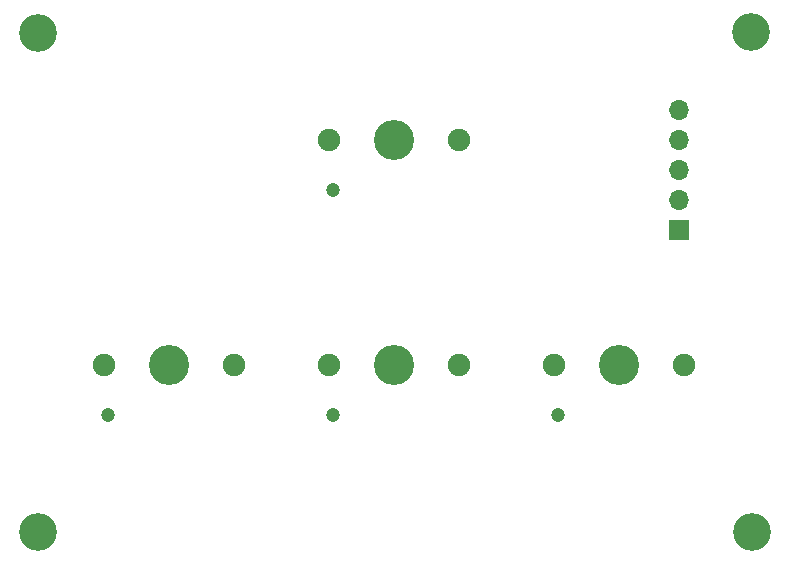
<source format=gts>
G04 #@! TF.GenerationSoftware,KiCad,Pcbnew,6.0.11-2627ca5db0~126~ubuntu22.04.1*
G04 #@! TF.CreationDate,2023-03-31T14:28:34-07:00*
G04 #@! TF.ProjectId,arrow-cluster-choc,6172726f-772d-4636-9c75-737465722d63,rev?*
G04 #@! TF.SameCoordinates,Original*
G04 #@! TF.FileFunction,Soldermask,Top*
G04 #@! TF.FilePolarity,Negative*
%FSLAX46Y46*%
G04 Gerber Fmt 4.6, Leading zero omitted, Abs format (unit mm)*
G04 Created by KiCad (PCBNEW 6.0.11-2627ca5db0~126~ubuntu22.04.1) date 2023-03-31 14:28:34*
%MOMM*%
%LPD*%
G01*
G04 APERTURE LIST*
%ADD10R,1.700000X1.700000*%
%ADD11O,1.700000X1.700000*%
%ADD12C,3.400000*%
%ADD13C,1.900000*%
%ADD14C,1.200000*%
%ADD15C,3.200000*%
G04 APERTURE END LIST*
D10*
X137400000Y-61000000D03*
D11*
X137400000Y-58460000D03*
X137400000Y-55920000D03*
X137400000Y-53380000D03*
X137400000Y-50840000D03*
D12*
X94234000Y-72390000D03*
D13*
X88734000Y-72390000D03*
X99734000Y-72390000D03*
D14*
X89014000Y-76590000D03*
D15*
X83100000Y-44304339D03*
D14*
X127114000Y-76590000D03*
D13*
X126834000Y-72390000D03*
X137834000Y-72390000D03*
D12*
X132334000Y-72390000D03*
D15*
X83100000Y-86500000D03*
D13*
X107784000Y-53340000D03*
X118784000Y-53340000D03*
D14*
X108064000Y-57540000D03*
D12*
X113284000Y-53340000D03*
D15*
X143500000Y-44200000D03*
D13*
X118784000Y-72390000D03*
D12*
X113284000Y-72390000D03*
D13*
X107784000Y-72390000D03*
D14*
X108064000Y-76590000D03*
D15*
X143563003Y-86500000D03*
M02*

</source>
